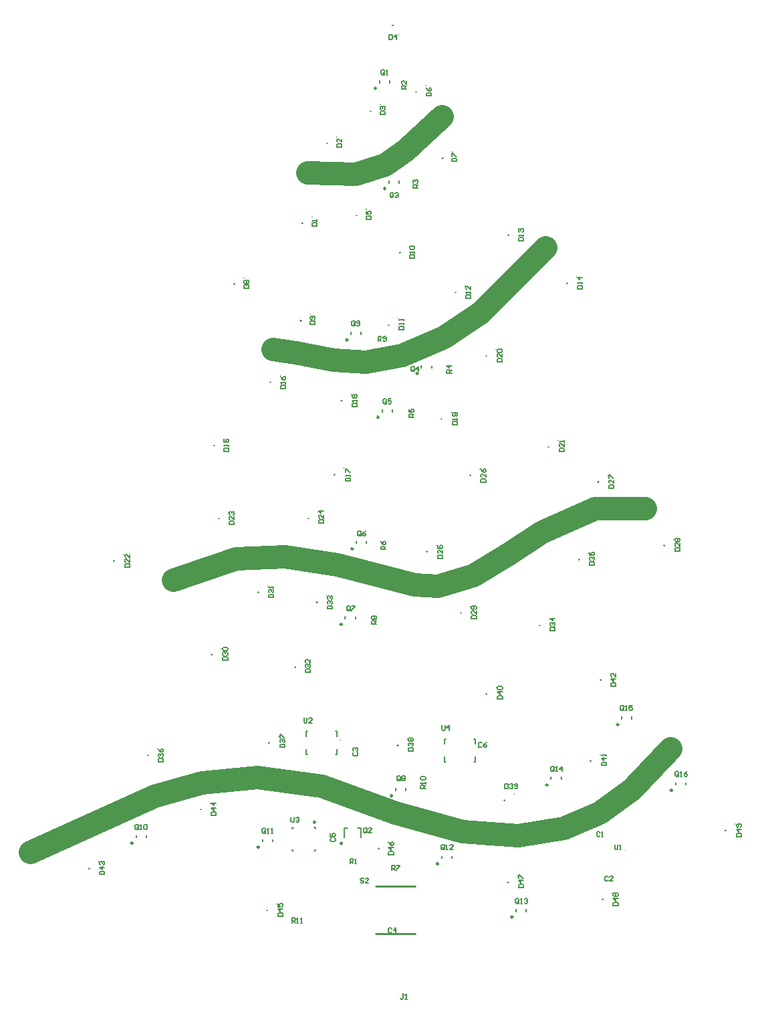
<source format=gto>
G04*
G04 #@! TF.GenerationSoftware,Altium Limited,Altium Designer,21.4.1 (30)*
G04*
G04 Layer_Color=65535*
%FSLAX25Y25*%
%MOIN*%
G70*
G04*
G04 #@! TF.SameCoordinates,8EED4449-2E46-416B-BC71-7F67FA958CFC*
G04*
G04*
G04 #@! TF.FilePolarity,Positive*
G04*
G01*
G75*
%ADD10C,0.00394*%
%ADD11C,0.00500*%
%ADD12C,0.00984*%
%ADD13C,0.00787*%
%ADD14C,0.01000*%
%ADD15C,0.11811*%
%ADD16C,0.00600*%
D10*
X114496Y126325D02*
G03*
X114496Y126325I-197J0D01*
G01*
D11*
X169510Y139400D02*
G03*
X169510Y139400I-10J0D01*
G01*
X41453Y177532D02*
G03*
X41453Y177532I-1J0D01*
G01*
X-27447Y181232D02*
G03*
X-27447Y181232I-1J0D01*
G01*
X-7290Y497900D02*
G03*
X-7290Y497900I-10J0D01*
G01*
X1910Y532700D02*
G03*
X1910Y532700I-10J0D01*
G01*
X-14390Y445800D02*
G03*
X-14390Y445800I-10J0D01*
G01*
X-41390Y441930D02*
G03*
X-41390Y441930I-10J0D01*
G01*
X15410Y507500D02*
G03*
X15410Y507500I-10J0D01*
G01*
X28610Y474400D02*
G03*
X28610Y474400I-10J0D01*
G01*
X-75490Y411600D02*
G03*
X-75490Y411600I-10J0D01*
G01*
X-42190Y393430D02*
G03*
X-42190Y393430I-10J0D01*
G01*
X7210Y427330D02*
G03*
X7210Y427330I-10J0D01*
G01*
X1610Y391200D02*
G03*
X1610Y391200I-10J0D01*
G01*
X34910Y407500D02*
G03*
X34910Y407500I-10J0D01*
G01*
X61410Y436070D02*
G03*
X61410Y436070I-10J0D01*
G01*
X90510Y412070D02*
G03*
X90510Y412070I-10J0D01*
G01*
X-85490Y331230D02*
G03*
X-85490Y331230I-10J0D01*
G01*
X-57290Y362800D02*
G03*
X-57290Y362800I-10J0D01*
G01*
X-25490Y316700D02*
G03*
X-25490Y316700I-10J0D01*
G01*
X-21890Y353530D02*
G03*
X-21890Y353530I-10J0D01*
G01*
X28010Y344470D02*
G03*
X28010Y344470I-10J0D01*
G01*
X50310Y375900D02*
G03*
X50310Y375900I-10J0D01*
G01*
X81310Y330570D02*
G03*
X81310Y330570I-10J0D01*
G01*
X-135390Y273730D02*
G03*
X-135390Y273730I-10J0D01*
G01*
X-83090Y294830D02*
G03*
X-83090Y294830I-10J0D01*
G01*
X-38290Y294900D02*
G03*
X-38290Y294900I-10J0D01*
G01*
X20710Y278330D02*
G03*
X20710Y278330I-10J0D01*
G01*
X42410Y316300D02*
G03*
X42410Y316300I-10J0D01*
G01*
X106110Y312970D02*
G03*
X106110Y312970I-10J0D01*
G01*
X139010Y281270D02*
G03*
X139010Y281270I-10J0D01*
G01*
X-86690Y227030D02*
G03*
X-86690Y227030I-10J0D01*
G01*
X-63390Y257930D02*
G03*
X-63390Y257930I-10J0D01*
G01*
X-44990Y220630D02*
G03*
X-44990Y220630I-10J0D01*
G01*
X-34190Y253000D02*
G03*
X-34190Y253000I-10J0D01*
G01*
X37610Y247800D02*
G03*
X37610Y247800I-10J0D01*
G01*
X76910Y241530D02*
G03*
X76910Y241530I-10J0D01*
G01*
X96510Y274330D02*
G03*
X96510Y274330I-10J0D01*
G01*
X-118290Y176900D02*
G03*
X-118290Y176900I-10J0D01*
G01*
X-58090Y183000D02*
G03*
X-58090Y183000I-10J0D01*
G01*
X6110Y181630D02*
G03*
X6110Y181630I-10J0D01*
G01*
X59410Y154330D02*
G03*
X59410Y154330I-10J0D01*
G01*
X50410Y207430D02*
G03*
X50410Y207430I-10J0D01*
G01*
X102310Y173930D02*
G03*
X102310Y173930I-10J0D01*
G01*
X107410Y214300D02*
G03*
X107410Y214300I-10J0D01*
G01*
X-147790Y120400D02*
G03*
X-147790Y120400I-10J0D01*
G01*
X-92090Y149800D02*
G03*
X-92090Y149800I-10J0D01*
G01*
X-58990Y99500D02*
G03*
X-58990Y99500I-10J0D01*
G01*
X-3290Y130330D02*
G03*
X-3290Y130330I-10J0D01*
G01*
X61110Y113500D02*
G03*
X61110Y113500I-10J0D01*
G01*
X108310Y105070D02*
G03*
X108310Y105070I-10J0D01*
G01*
X-29090Y481800D02*
G03*
X-29090Y481800I-10J0D01*
G01*
X164500Y136400D02*
X164900D01*
X164700Y136200D02*
X164900Y136400D01*
X164500D02*
X164700Y136200D01*
X-12300Y494900D02*
X-11900D01*
X-12100Y494700D02*
X-11900Y494900D01*
X-12300D02*
X-12100Y494700D01*
X-1300Y537500D02*
X-1100Y537700D01*
X-1300Y537500D02*
X-1100Y537300D01*
Y537700D01*
X-19400Y442800D02*
X-19000D01*
X-19200Y442600D02*
X-19000Y442800D01*
X-19400D02*
X-19200Y442600D01*
X-46400Y438930D02*
X-46200Y438730D01*
X-46000Y438930D01*
X-46400D02*
X-46000D01*
X10400Y504500D02*
X10800D01*
X10600Y504300D02*
X10800Y504500D01*
X10400D02*
X10600Y504300D01*
X23600Y471400D02*
X23800Y471200D01*
X24000Y471400D01*
X23600D02*
X24000D01*
X-80500Y408600D02*
X-80100D01*
X-80300Y408400D02*
X-80100Y408600D01*
X-80500D02*
X-80300Y408400D01*
X-47200Y390430D02*
X-47000Y390230D01*
X-46800Y390430D01*
X-47200D02*
X-46800D01*
X2200Y424330D02*
X2600D01*
X2400Y424130D02*
X2600Y424330D01*
X2200D02*
X2400Y424130D01*
X-3400Y388200D02*
X-3200Y388000D01*
X-3000Y388200D01*
X-3400D02*
X-3000D01*
X29900Y404500D02*
X30300D01*
X30100Y404300D02*
X30300Y404500D01*
X29900D02*
X30100Y404300D01*
X56400Y433070D02*
X56600Y432870D01*
X56800Y433070D01*
X56400D02*
X56800D01*
X85500Y409070D02*
X85900D01*
X85700Y408870D02*
X85900Y409070D01*
X85500D02*
X85700Y408870D01*
X-90500Y328230D02*
X-90300Y328030D01*
X-90100Y328230D01*
X-90500D02*
X-90100D01*
X-62300Y359800D02*
X-61900D01*
X-62100Y359600D02*
X-61900Y359800D01*
X-62300D02*
X-62100Y359600D01*
X-30500Y313700D02*
X-30300Y313500D01*
X-30100Y313700D01*
X-30500D02*
X-30100D01*
X-26900Y350530D02*
X-26500D01*
X-26700Y350330D02*
X-26500Y350530D01*
X-26900D02*
X-26700Y350330D01*
X23000Y341470D02*
X23200Y341270D01*
X23400Y341470D01*
X23000D02*
X23400D01*
X45300Y372900D02*
X45700D01*
X45500Y372700D02*
X45700Y372900D01*
X45300D02*
X45500Y372700D01*
X76300Y327570D02*
X76500Y327370D01*
X76700Y327570D01*
X76300D02*
X76700D01*
X-140400Y270730D02*
X-140000D01*
X-140200Y270530D02*
X-140000Y270730D01*
X-140400D02*
X-140200Y270530D01*
X-88100Y291830D02*
X-87900Y291630D01*
X-87700Y291830D01*
X-88100D02*
X-87700D01*
X-43300Y291900D02*
X-42900D01*
X-43100Y291700D02*
X-42900Y291900D01*
X-43300D02*
X-43100Y291700D01*
X15700Y275330D02*
X15900Y275130D01*
X16100Y275330D01*
X15700D02*
X16100D01*
X37400Y313300D02*
X37800D01*
X37600Y313100D02*
X37800Y313300D01*
X37400D02*
X37600Y313100D01*
X101100Y309970D02*
X101300Y309770D01*
X101500Y309970D01*
X101100D02*
X101500D01*
X134000Y278270D02*
X134400D01*
X134200Y278070D02*
X134400Y278270D01*
X134000D02*
X134200Y278070D01*
X-91700Y224030D02*
X-91500Y223830D01*
X-91300Y224030D01*
X-91700D02*
X-91300D01*
X-68400Y254930D02*
X-68000D01*
X-68200Y254730D02*
X-68000Y254930D01*
X-68400D02*
X-68200Y254730D01*
X-50000Y217630D02*
X-49800Y217430D01*
X-49600Y217630D01*
X-50000D02*
X-49600D01*
X-39200Y250000D02*
X-38800D01*
X-39000Y249800D02*
X-38800Y250000D01*
X-39200D02*
X-39000Y249800D01*
X32600Y244800D02*
X32800Y244600D01*
X33000Y244800D01*
X32600D02*
X33000D01*
X71900Y238530D02*
X72300D01*
X72100Y238330D02*
X72300Y238530D01*
X71900D02*
X72100Y238330D01*
X91500Y271330D02*
X91700Y271130D01*
X91900Y271330D01*
X91500D02*
X91900D01*
X-123300Y173900D02*
X-122900D01*
X-123100Y173700D02*
X-122900Y173900D01*
X-123300D02*
X-123100Y173700D01*
X-63100Y180000D02*
X-62900Y179800D01*
X-62700Y180000D01*
X-63100D02*
X-62700D01*
X1100Y178630D02*
X1500D01*
X1300Y178430D02*
X1500Y178630D01*
X1100D02*
X1300Y178430D01*
X54400Y151330D02*
X54600Y151130D01*
X54800Y151330D01*
X54400D02*
X54800D01*
X45400Y204430D02*
X45800D01*
X45600Y204230D02*
X45800Y204430D01*
X45400D02*
X45600Y204230D01*
X97300Y170930D02*
X97500Y170730D01*
X97700Y170930D01*
X97300D02*
X97700D01*
X102400Y211300D02*
X102800D01*
X102600Y211100D02*
X102800Y211300D01*
X102400D02*
X102600Y211100D01*
X-152800Y117400D02*
X-152600Y117200D01*
X-152400Y117400D01*
X-152800D02*
X-152400D01*
X-97100Y146800D02*
X-96700D01*
X-96900Y146600D02*
X-96700Y146800D01*
X-97100D02*
X-96900Y146600D01*
X-64000Y96500D02*
X-63800Y96300D01*
X-63600Y96500D01*
X-64000D02*
X-63600D01*
X-8300Y127330D02*
X-7900D01*
X-8100Y127130D02*
X-7900Y127330D01*
X-8300D02*
X-8100Y127130D01*
X56100Y110500D02*
X56300Y110300D01*
X56500Y110500D01*
X56100D02*
X56500D01*
X103300Y102070D02*
X103700D01*
X103500Y101870D02*
X103700Y102070D01*
X103300D02*
X103500Y101870D01*
X-34100Y478800D02*
X-33700D01*
X-33900Y478600D02*
X-33700Y478800D01*
X-34100D02*
X-33900Y478600D01*
D12*
X-9345Y506114D02*
G03*
X-9345Y506114I-492J0D01*
G01*
X-1334Y153535D02*
G03*
X-1334Y153535I-492J0D01*
G01*
X-26434Y238935D02*
G03*
X-26434Y238935I-492J0D01*
G01*
X-20934Y276635D02*
G03*
X-20934Y276635I-492J0D01*
G01*
X-8034Y342135D02*
G03*
X-8034Y342135I-492J0D01*
G01*
X11566Y364035D02*
G03*
X11566Y364035I-492J0D01*
G01*
X-4723Y456114D02*
G03*
X-4723Y456114I-492J0D01*
G01*
X-26318Y129848D02*
G03*
X-26318Y129848I-492J0D01*
G01*
X138266Y156235D02*
G03*
X138266Y156235I-492J0D01*
G01*
X111455Y189019D02*
G03*
X111455Y189019I-492J0D01*
G01*
X76166Y158850D02*
G03*
X76166Y158850I-492J0D01*
G01*
X58766Y93150D02*
G03*
X58766Y93150I-492J0D01*
G01*
X21666Y119635D02*
G03*
X21666Y119635I-492J0D01*
G01*
X-67734Y127950D02*
G03*
X-67734Y127950I-492J0D01*
G01*
X-130734Y129950D02*
G03*
X-130734Y129950I-492J0D01*
G01*
X-23545Y380719D02*
G03*
X-23545Y380719I-492J0D01*
G01*
X-39773Y140380D02*
G03*
X-39773Y140380I-492J0D01*
G01*
D13*
X-2750Y509953D02*
X-2652D01*
Y508772D02*
Y509953D01*
X-7770D02*
X-7672D01*
X-7770Y508772D02*
Y509953D01*
X5261Y157373D02*
X5359D01*
Y156192D02*
Y157373D01*
X241D02*
X339D01*
X241Y156192D02*
Y157373D01*
X-19839Y242773D02*
X-19741D01*
Y241592D02*
Y242773D01*
X-24859D02*
X-24761D01*
X-24859Y241592D02*
Y242773D01*
X-14339Y280473D02*
X-14241D01*
Y279292D02*
Y280473D01*
X-19359D02*
X-19261D01*
X-19359Y279292D02*
Y280473D01*
X-1439Y345973D02*
X-1341D01*
Y344792D02*
Y345973D01*
X-6459D02*
X-6361D01*
X-6459Y344792D02*
Y345973D01*
X18161Y367873D02*
X18259D01*
Y366692D02*
Y367873D01*
X13141D02*
X13239D01*
X13141Y366692D02*
Y367873D01*
X1872Y459953D02*
X1970D01*
Y458772D02*
Y459953D01*
X-3148D02*
X-3050D01*
X-3148Y458772D02*
Y459953D01*
X-25334Y132604D02*
Y137329D01*
X-23661D01*
X-17066Y132604D02*
Y137329D01*
X-18739D02*
X-17066D01*
X139841Y158991D02*
Y160172D01*
X139939D01*
X144959Y158991D02*
Y160172D01*
X144861D02*
X144959D01*
X113030Y191775D02*
Y192956D01*
X113128D01*
X118148Y191775D02*
Y192956D01*
X118050D02*
X118148D01*
X77741Y161606D02*
Y162787D01*
X77839D01*
X82859Y161606D02*
Y162787D01*
X82761D02*
X82859D01*
X60341Y95906D02*
Y97087D01*
X60439D01*
X65459Y95906D02*
Y97087D01*
X65361D02*
X65459D01*
X23241Y122391D02*
Y123572D01*
X23339D01*
X28359Y122391D02*
Y123572D01*
X28261D02*
X28359D01*
X-66159Y130706D02*
Y131887D01*
X-66061D01*
X-61041Y130706D02*
Y131887D01*
X-61139D02*
X-61041D01*
X-129159Y132706D02*
Y133887D01*
X-129061D01*
X-124041Y132706D02*
Y133887D01*
X-124139D02*
X-124041D01*
X-21970Y383475D02*
Y384656D01*
X-21872D01*
X-16852Y383475D02*
Y384656D01*
X-16950D02*
X-16852D01*
X39188Y181909D02*
X39877D01*
Y179251D02*
Y181909D01*
Y170491D02*
Y173149D01*
X39188Y170491D02*
X39877D01*
X24523D02*
X25212D01*
X24523D02*
Y173149D01*
Y181909D02*
X25212D01*
X24523Y179251D02*
Y181909D01*
X-44377Y182951D02*
Y185609D01*
X-43688D01*
X-44377Y174191D02*
Y176849D01*
Y174191D02*
X-43688D01*
X-29712D02*
X-29023D01*
Y176849D01*
Y182951D02*
Y185609D01*
X-29712D02*
X-29023D01*
X-40364Y137821D02*
X-40069D01*
X-39675Y137132D02*
Y137428D01*
Y126404D02*
Y126699D01*
X-40364Y126010D02*
X-40069D01*
X-51092D02*
X-50797D01*
X-51486Y126404D02*
Y126699D01*
X-51092Y137821D02*
X-50797D01*
X-51486Y137132D02*
Y137428D01*
X-40069Y137821D02*
X-39675Y137428D01*
X-40069Y126010D02*
X-39675Y126404D01*
X-51486D02*
X-51092Y126010D01*
X-51486Y137428D02*
X-51092Y137821D01*
D14*
X-9843Y84889D02*
X9843D01*
X-9843Y108511D02*
X9843D01*
D15*
X42537Y394537D02*
X74900Y426900D01*
X99757Y296818D02*
X124700D01*
X102078Y145032D02*
X117893Y156630D01*
X5244Y475561D02*
X23369Y492225D01*
X-43792Y463933D02*
X-19617Y463332D01*
X-14703Y369847D02*
X3240Y372950D01*
X24230Y382044D02*
X42537Y394537D01*
X3240Y372950D02*
X24230Y382044D01*
X-30613Y370721D02*
X-14703Y369847D01*
X-60869Y376021D02*
X-49521Y374416D01*
X-30613Y370721D01*
X38966Y263385D02*
X56081Y273700D01*
X73178Y285244D02*
X99757Y296818D01*
X56081Y273700D02*
X73178Y285244D01*
X-96463Y160132D02*
X-68819Y162713D01*
X-36713Y158561D01*
X73Y145098D01*
X117893Y156630D02*
X137444Y177153D01*
X-79375Y271710D02*
X-55009Y272784D01*
X-28963Y268696D02*
X-5725Y262612D01*
X-55009Y272784D02*
X-28963Y268696D01*
X-182086Y125569D02*
X-119860Y153396D01*
X-96463Y160132D01*
X83904Y137251D02*
X102078Y145032D01*
X-19617Y463332D02*
X-5006Y467995D01*
X5244Y475561D01*
X73Y145098D02*
X33522Y135662D01*
X61258Y133587D01*
X83904Y137251D01*
X-110763Y260990D02*
X-79375Y271710D01*
X-5725Y262612D02*
X9553Y258858D01*
X21389Y257978D01*
X21389D02*
X38966Y263385D01*
D16*
X-51399Y90200D02*
Y92600D01*
X-50200D01*
X-49800Y92200D01*
Y91400D01*
X-50200Y91000D01*
X-51399D01*
X-50599D02*
X-49800Y90200D01*
X-49000D02*
X-48200D01*
X-48600D01*
Y92600D01*
X-49000Y92200D01*
X-47001Y90200D02*
X-46201D01*
X-46601D01*
Y92600D01*
X-47001Y92200D01*
X23400Y188599D02*
Y186600D01*
X23800Y186200D01*
X24600D01*
X24999Y186600D01*
Y188599D01*
X26999Y186200D02*
Y188599D01*
X25799Y187400D01*
X27399D01*
X-45500Y192299D02*
Y190300D01*
X-45100Y189900D01*
X-44300D01*
X-43900Y190300D01*
Y192299D01*
X-41501Y189900D02*
X-43101D01*
X-41501Y191499D01*
Y191899D01*
X-41901Y192299D01*
X-42701D01*
X-43101Y191899D01*
X109501Y129100D02*
Y127100D01*
X109900Y126700D01*
X110700D01*
X111100Y127100D01*
Y129100D01*
X111900Y126700D02*
X112699D01*
X112300D01*
Y129100D01*
X111900Y128700D01*
X-51899Y142700D02*
Y140700D01*
X-51499Y140300D01*
X-50700D01*
X-50300Y140700D01*
Y142700D01*
X-49500Y142300D02*
X-49100Y142700D01*
X-48300D01*
X-47901Y142300D01*
Y141900D01*
X-48300Y141500D01*
X-48700D01*
X-48300D01*
X-47901Y141100D01*
Y140700D01*
X-48300Y140300D01*
X-49100D01*
X-49500Y140700D01*
X-20000Y388200D02*
Y389800D01*
X-20400Y390200D01*
X-21200D01*
X-21599Y389800D01*
Y388200D01*
X-21200Y387800D01*
X-20400D01*
X-20800Y388600D02*
X-20000Y387800D01*
X-20400D02*
X-20000Y388200D01*
X-19200D02*
X-18800Y387800D01*
X-18000D01*
X-17601Y388200D01*
Y389800D01*
X-18000Y390200D01*
X-18800D01*
X-19200Y389800D01*
Y389400D01*
X-18800Y389000D01*
X-17601D01*
X-14000Y135500D02*
Y137100D01*
X-14400Y137500D01*
X-15200D01*
X-15599Y137100D01*
Y135500D01*
X-15200Y135100D01*
X-14400D01*
X-14800Y135900D02*
X-14000Y135100D01*
X-14400D02*
X-14000Y135500D01*
X-11601Y135100D02*
X-13200D01*
X-11601Y136700D01*
Y137100D01*
X-12000Y137500D01*
X-12800D01*
X-13200Y137100D01*
X102100Y135199D02*
X101700Y135599D01*
X100900D01*
X100500Y135199D01*
Y133600D01*
X100900Y133200D01*
X101700D01*
X102100Y133600D01*
X102899Y133200D02*
X103699D01*
X103299D01*
Y135599D01*
X102899Y135199D01*
X106200Y113000D02*
X105800Y113400D01*
X105000D01*
X104601Y113000D01*
Y111400D01*
X105000Y111000D01*
X105800D01*
X106200Y111400D01*
X108599Y111000D02*
X107000D01*
X108599Y112600D01*
Y113000D01*
X108200Y113400D01*
X107400D01*
X107000Y113000D01*
X-15600Y112000D02*
X-16000Y112400D01*
X-16800D01*
X-17199Y112000D01*
Y111600D01*
X-16800Y111200D01*
X-16000D01*
X-15600Y110800D01*
Y110400D01*
X-16000Y110000D01*
X-16800D01*
X-17199Y110400D01*
X-13201Y110000D02*
X-14800D01*
X-13201Y111600D01*
Y112000D01*
X-13600Y112400D01*
X-14400D01*
X-14800Y112000D01*
X-8499Y380100D02*
Y382500D01*
X-7300D01*
X-6900Y382100D01*
Y381300D01*
X-7300Y380900D01*
X-8499D01*
X-7700D02*
X-6900Y380100D01*
X-6100Y380500D02*
X-5700Y380100D01*
X-4901D01*
X-4501Y380500D01*
Y382100D01*
X-4901Y382500D01*
X-5700D01*
X-6100Y382100D01*
Y381700D01*
X-5700Y381300D01*
X-4501D01*
X141401Y163600D02*
Y165200D01*
X141001Y165600D01*
X140201D01*
X139801Y165200D01*
Y163600D01*
X140201Y163200D01*
X141001D01*
X140601Y164000D02*
X141401Y163200D01*
X141001D02*
X141401Y163600D01*
X142200Y163200D02*
X143000D01*
X142600D01*
Y165600D01*
X142200Y165200D01*
X145799Y165600D02*
X144999Y165200D01*
X144200Y164400D01*
Y163600D01*
X144599Y163200D01*
X145399D01*
X145799Y163600D01*
Y164000D01*
X145399Y164400D01*
X144200D01*
X15200Y157101D02*
X12800D01*
Y158301D01*
X13200Y158701D01*
X14000D01*
X14400Y158301D01*
Y157101D01*
Y157901D02*
X15200Y158701D01*
Y159500D02*
Y160300D01*
Y159900D01*
X12800D01*
X13200Y159500D01*
Y161500D02*
X12800Y161899D01*
Y162699D01*
X13200Y163099D01*
X14800D01*
X15200Y162699D01*
Y161899D01*
X14800Y161500D01*
X13200D01*
X-9200Y239001D02*
X-11600D01*
Y240200D01*
X-11200Y240600D01*
X-10400D01*
X-10000Y240200D01*
Y239001D01*
Y239800D02*
X-9200Y240600D01*
X-11200Y241400D02*
X-11600Y241800D01*
Y242600D01*
X-11200Y242999D01*
X-10800D01*
X-10400Y242600D01*
X-10000Y242999D01*
X-9600D01*
X-9200Y242600D01*
Y241800D01*
X-9600Y241400D01*
X-10000D01*
X-10400Y241800D01*
X-10800Y241400D01*
X-11200D01*
X-10400Y241800D02*
Y242600D01*
X-1699Y116400D02*
Y118800D01*
X-500D01*
X-100Y118400D01*
Y117600D01*
X-500Y117200D01*
X-1699D01*
X-900D02*
X-100Y116400D01*
X700Y118800D02*
X2299D01*
Y118400D01*
X700Y116800D01*
Y116400D01*
X-4700Y276301D02*
X-7100D01*
Y277500D01*
X-6700Y277900D01*
X-5900D01*
X-5500Y277500D01*
Y276301D01*
Y277100D02*
X-4700Y277900D01*
X-7100Y280299D02*
X-6700Y279500D01*
X-5900Y278700D01*
X-5100D01*
X-4700Y279100D01*
Y279900D01*
X-5100Y280299D01*
X-5500D01*
X-5900Y279900D01*
Y278700D01*
X9400Y342201D02*
X7000D01*
Y343400D01*
X7400Y343800D01*
X8200D01*
X8600Y343400D01*
Y342201D01*
Y343000D02*
X9400Y343800D01*
X7000Y346199D02*
Y344600D01*
X8200D01*
X7800Y345400D01*
Y345799D01*
X8200Y346199D01*
X9000D01*
X9400Y345799D01*
Y345000D01*
X9000Y344600D01*
X28200Y364201D02*
X25800D01*
Y365400D01*
X26200Y365800D01*
X27000D01*
X27400Y365400D01*
Y364201D01*
Y365000D02*
X28200Y365800D01*
Y367799D02*
X25800D01*
X27000Y366600D01*
Y368199D01*
X11300Y456401D02*
X8900D01*
Y457600D01*
X9300Y458000D01*
X10100D01*
X10500Y457600D01*
Y456401D01*
Y457200D02*
X11300Y458000D01*
X9300Y458800D02*
X8900Y459200D01*
Y460000D01*
X9300Y460399D01*
X9700D01*
X10100Y460000D01*
Y459600D01*
Y460000D01*
X10500Y460399D01*
X10900D01*
X11300Y460000D01*
Y459200D01*
X10900Y458800D01*
X5800Y505801D02*
X3400D01*
Y507000D01*
X3800Y507400D01*
X4600D01*
X5000Y507000D01*
Y505801D01*
Y506600D02*
X5800Y507400D01*
Y509799D02*
Y508200D01*
X4200Y509799D01*
X3800D01*
X3400Y509400D01*
Y508600D01*
X3800Y508200D01*
X-22500Y119600D02*
Y122000D01*
X-21300D01*
X-20900Y121600D01*
Y120800D01*
X-21300Y120400D01*
X-22500D01*
X-21700D02*
X-20900Y119600D01*
X-20100D02*
X-19300D01*
X-19700D01*
Y122000D01*
X-20100Y121600D01*
X114000Y196400D02*
Y198000D01*
X113601Y198400D01*
X112801D01*
X112401Y198000D01*
Y196400D01*
X112801Y196000D01*
X113601D01*
X113201Y196800D02*
X114000Y196000D01*
X113601D02*
X114000Y196400D01*
X114800Y196000D02*
X115600D01*
X115200D01*
Y198400D01*
X114800Y198000D01*
X118399Y198400D02*
X116799D01*
Y197200D01*
X117599Y197600D01*
X117999D01*
X118399Y197200D01*
Y196400D01*
X117999Y196000D01*
X117199D01*
X116799Y196400D01*
X79300Y166100D02*
Y167700D01*
X78901Y168100D01*
X78101D01*
X77701Y167700D01*
Y166100D01*
X78101Y165700D01*
X78901D01*
X78501Y166500D02*
X79300Y165700D01*
X78901D02*
X79300Y166100D01*
X80100Y165700D02*
X80900D01*
X80500D01*
Y168100D01*
X80100Y167700D01*
X83299Y165700D02*
Y168100D01*
X82099Y166900D01*
X83699D01*
X61700Y100300D02*
Y101900D01*
X61301Y102300D01*
X60501D01*
X60101Y101900D01*
Y100300D01*
X60501Y99900D01*
X61301D01*
X60901Y100700D02*
X61700Y99900D01*
X61301D02*
X61700Y100300D01*
X62500Y99900D02*
X63300D01*
X62900D01*
Y102300D01*
X62500Y101900D01*
X64499D02*
X64899Y102300D01*
X65699D01*
X66099Y101900D01*
Y101500D01*
X65699Y101100D01*
X65299D01*
X65699D01*
X66099Y100700D01*
Y100300D01*
X65699Y99900D01*
X64899D01*
X64499Y100300D01*
X24600Y127200D02*
Y128800D01*
X24201Y129200D01*
X23401D01*
X23001Y128800D01*
Y127200D01*
X23401Y126800D01*
X24201D01*
X23801Y127600D02*
X24600Y126800D01*
X24201D02*
X24600Y127200D01*
X25400Y126800D02*
X26200D01*
X25800D01*
Y129200D01*
X25400Y128800D01*
X28999Y126800D02*
X27400D01*
X28999Y128400D01*
Y128800D01*
X28599Y129200D01*
X27799D01*
X27400Y128800D01*
X-64600Y135300D02*
Y136900D01*
X-65000Y137300D01*
X-65799D01*
X-66199Y136900D01*
Y135300D01*
X-65799Y134900D01*
X-65000D01*
X-65399Y135700D02*
X-64600Y134900D01*
X-65000D02*
X-64600Y135300D01*
X-63800Y134900D02*
X-63000D01*
X-63400D01*
Y137300D01*
X-63800Y136900D01*
X-61801Y134900D02*
X-61001D01*
X-61401D01*
Y137300D01*
X-61801Y136900D01*
X-127999Y137200D02*
Y138800D01*
X-128399Y139200D01*
X-129199D01*
X-129599Y138800D01*
Y137200D01*
X-129199Y136800D01*
X-128399D01*
X-128799Y137600D02*
X-127999Y136800D01*
X-128399D02*
X-127999Y137200D01*
X-127200Y136800D02*
X-126400D01*
X-126800D01*
Y139200D01*
X-127200Y138800D01*
X-125200D02*
X-124801Y139200D01*
X-124001D01*
X-123601Y138800D01*
Y137200D01*
X-124001Y136800D01*
X-124801D01*
X-125200Y137200D01*
Y138800D01*
X2500Y161380D02*
Y162979D01*
X2100Y163379D01*
X1300D01*
X901Y162979D01*
Y161380D01*
X1300Y160980D01*
X2100D01*
X1700Y161780D02*
X2500Y160980D01*
X2100D02*
X2500Y161380D01*
X3300Y162979D02*
X3700Y163379D01*
X4499D01*
X4899Y162979D01*
Y162579D01*
X4499Y162180D01*
X4899Y161780D01*
Y161380D01*
X4499Y160980D01*
X3700D01*
X3300Y161380D01*
Y161780D01*
X3700Y162180D01*
X3300Y162579D01*
Y162979D01*
X3700Y162180D02*
X4499D01*
X-22500Y246000D02*
Y247600D01*
X-22900Y248000D01*
X-23699D01*
X-24099Y247600D01*
Y246000D01*
X-23699Y245600D01*
X-22900D01*
X-23300Y246400D02*
X-22500Y245600D01*
X-22900D02*
X-22500Y246000D01*
X-21700Y248000D02*
X-20101D01*
Y247600D01*
X-21700Y246000D01*
Y245600D01*
X-17100Y283400D02*
Y285000D01*
X-17500Y285400D01*
X-18300D01*
X-18699Y285000D01*
Y283400D01*
X-18300Y283000D01*
X-17500D01*
X-17900Y283800D02*
X-17100Y283000D01*
X-17500D02*
X-17100Y283400D01*
X-14701Y285400D02*
X-15500Y285000D01*
X-16300Y284200D01*
Y283400D01*
X-15900Y283000D01*
X-15100D01*
X-14701Y283400D01*
Y283800D01*
X-15100Y284200D01*
X-16300D01*
X-4300Y349300D02*
Y350900D01*
X-4700Y351300D01*
X-5500D01*
X-5899Y350900D01*
Y349300D01*
X-5500Y348900D01*
X-4700D01*
X-5100Y349700D02*
X-4300Y348900D01*
X-4700D02*
X-4300Y349300D01*
X-1901Y351300D02*
X-3500D01*
Y350100D01*
X-2700Y350500D01*
X-2300D01*
X-1901Y350100D01*
Y349300D01*
X-2300Y348900D01*
X-3100D01*
X-3500Y349300D01*
X9600Y365400D02*
Y367000D01*
X9200Y367400D01*
X8400D01*
X8001Y367000D01*
Y365400D01*
X8400Y365000D01*
X9200D01*
X8800Y365800D02*
X9600Y365000D01*
X9200D02*
X9600Y365400D01*
X11599Y365000D02*
Y367400D01*
X10400Y366200D01*
X11999D01*
X-900Y452000D02*
Y453600D01*
X-1300Y454000D01*
X-2100D01*
X-2499Y453600D01*
Y452000D01*
X-2100Y451600D01*
X-1300D01*
X-1700Y452400D02*
X-900Y451600D01*
X-1300D02*
X-900Y452000D01*
X-100Y453600D02*
X300Y454000D01*
X1099D01*
X1499Y453600D01*
Y453200D01*
X1099Y452800D01*
X700D01*
X1099D01*
X1499Y452400D01*
Y452000D01*
X1099Y451600D01*
X300D01*
X-100Y452000D01*
X-5300Y513300D02*
Y514900D01*
X-5700Y515300D01*
X-6500D01*
X-6899Y514900D01*
Y513300D01*
X-6500Y512900D01*
X-5700D01*
X-6100Y513700D02*
X-5300Y512900D01*
X-5700D02*
X-5300Y513300D01*
X-4500Y512900D02*
X-3700D01*
X-4100D01*
Y515300D01*
X-4500Y514900D01*
X-29100Y476901D02*
X-26700D01*
Y478100D01*
X-27100Y478500D01*
X-28700D01*
X-29100Y478100D01*
Y476901D01*
X-26700Y480899D02*
Y479300D01*
X-28300Y480899D01*
X-28700D01*
X-29100Y480500D01*
Y479700D01*
X-28700Y479300D01*
X170200Y133101D02*
X172600D01*
Y134301D01*
X172200Y134701D01*
X170600D01*
X170200Y134301D01*
Y133101D01*
X172600Y136700D02*
X170200D01*
X171400Y135500D01*
Y137100D01*
X172200Y137899D02*
X172600Y138299D01*
Y139099D01*
X172200Y139499D01*
X170600D01*
X170200Y139099D01*
Y138299D01*
X170600Y137899D01*
X171000D01*
X171400Y138299D01*
Y139499D01*
X108800Y98701D02*
X111200D01*
Y99901D01*
X110800Y100301D01*
X109200D01*
X108800Y99901D01*
Y98701D01*
X111200Y102300D02*
X108800D01*
X110000Y101100D01*
Y102700D01*
X109200Y103499D02*
X108800Y103899D01*
Y104699D01*
X109200Y105099D01*
X109600D01*
X110000Y104699D01*
X110400Y105099D01*
X110800D01*
X111200Y104699D01*
Y103899D01*
X110800Y103499D01*
X110400D01*
X110000Y103899D01*
X109600Y103499D01*
X109200D01*
X110000Y103899D02*
Y104699D01*
X61600Y107701D02*
X64000D01*
Y108901D01*
X63600Y109300D01*
X62000D01*
X61600Y108901D01*
Y107701D01*
X64000Y111300D02*
X61600D01*
X62800Y110100D01*
Y111700D01*
X61600Y112499D02*
Y114099D01*
X62000D01*
X63600Y112499D01*
X64000D01*
X-3200Y124101D02*
X-800D01*
Y125301D01*
X-1200Y125700D01*
X-2800D01*
X-3200Y125301D01*
Y124101D01*
X-800Y127700D02*
X-3200D01*
X-2000Y126500D01*
Y128100D01*
X-3200Y130499D02*
X-2800Y129699D01*
X-2000Y128900D01*
X-1200D01*
X-800Y129299D01*
Y130099D01*
X-1200Y130499D01*
X-1600D01*
X-2000Y130099D01*
Y128900D01*
X-58500Y93401D02*
X-56100D01*
Y94601D01*
X-56500Y95000D01*
X-58100D01*
X-58500Y94601D01*
Y93401D01*
X-56100Y97000D02*
X-58500D01*
X-57300Y95800D01*
Y97400D01*
X-58500Y99799D02*
Y98199D01*
X-57300D01*
X-57700Y98999D01*
Y99399D01*
X-57300Y99799D01*
X-56500D01*
X-56100Y99399D01*
Y98599D01*
X-56500Y98199D01*
X-91700Y143801D02*
X-89300D01*
Y145001D01*
X-89700Y145401D01*
X-91300D01*
X-91700Y145001D01*
Y143801D01*
X-89300Y147400D02*
X-91700D01*
X-90500Y146200D01*
Y147800D01*
X-89300Y149799D02*
X-91700D01*
X-90500Y148600D01*
Y150199D01*
X-147300Y114301D02*
X-144900D01*
Y115501D01*
X-145300Y115901D01*
X-146900D01*
X-147300Y115501D01*
Y114301D01*
X-144900Y117900D02*
X-147300D01*
X-146100Y116700D01*
Y118300D01*
X-146900Y119099D02*
X-147300Y119499D01*
Y120299D01*
X-146900Y120699D01*
X-146500D01*
X-146100Y120299D01*
Y119899D01*
Y120299D01*
X-145700Y120699D01*
X-145300D01*
X-144900Y120299D01*
Y119499D01*
X-145300Y119099D01*
X107700Y208101D02*
X110100D01*
Y209301D01*
X109700Y209700D01*
X108100D01*
X107700Y209301D01*
Y208101D01*
X110100Y211700D02*
X107700D01*
X108900Y210500D01*
Y212100D01*
X110100Y214499D02*
Y212899D01*
X108500Y214499D01*
X108100D01*
X107700Y214099D01*
Y213299D01*
X108100Y212899D01*
X102900Y168601D02*
X105300D01*
Y169800D01*
X104900Y170200D01*
X103300D01*
X102900Y169800D01*
Y168601D01*
X105300Y172200D02*
X102900D01*
X104100Y171000D01*
Y172600D01*
X105300Y173399D02*
Y174199D01*
Y173799D01*
X102900D01*
X103300Y173399D01*
X51100Y201701D02*
X53500D01*
Y202901D01*
X53100Y203300D01*
X51500D01*
X51100Y202901D01*
Y201701D01*
X53500Y205300D02*
X51100D01*
X52300Y204100D01*
Y205700D01*
X51500Y206500D02*
X51100Y206899D01*
Y207699D01*
X51500Y208099D01*
X53100D01*
X53500Y207699D01*
Y206899D01*
X53100Y206500D01*
X51500D01*
X54700Y159499D02*
Y157100D01*
X55900D01*
X56300Y157500D01*
Y159099D01*
X55900Y159499D01*
X54700D01*
X57099Y159099D02*
X57499Y159499D01*
X58299D01*
X58699Y159099D01*
Y158700D01*
X58299Y158300D01*
X57899D01*
X58299D01*
X58699Y157900D01*
Y157500D01*
X58299Y157100D01*
X57499D01*
X57099Y157500D01*
X59498D02*
X59898Y157100D01*
X60698D01*
X61098Y157500D01*
Y159099D01*
X60698Y159499D01*
X59898D01*
X59498Y159099D01*
Y158700D01*
X59898Y158300D01*
X61098D01*
X6700Y175901D02*
X9100D01*
Y177101D01*
X8700Y177500D01*
X7100D01*
X6700Y177101D01*
Y175901D01*
X7100Y178300D02*
X6700Y178700D01*
Y179500D01*
X7100Y179900D01*
X7500D01*
X7900Y179500D01*
Y179100D01*
Y179500D01*
X8300Y179900D01*
X8700D01*
X9100Y179500D01*
Y178700D01*
X8700Y178300D01*
X7100Y180700D02*
X6700Y181099D01*
Y181899D01*
X7100Y182299D01*
X7500D01*
X7900Y181899D01*
X8300Y182299D01*
X8700D01*
X9100Y181899D01*
Y181099D01*
X8700Y180700D01*
X8300D01*
X7900Y181099D01*
X7500Y180700D01*
X7100D01*
X7900Y181099D02*
Y181899D01*
X-57300Y177601D02*
X-54900D01*
Y178801D01*
X-55300Y179200D01*
X-56900D01*
X-57300Y178801D01*
Y177601D01*
X-56900Y180000D02*
X-57300Y180400D01*
Y181200D01*
X-56900Y181600D01*
X-56500D01*
X-56100Y181200D01*
Y180800D01*
Y181200D01*
X-55700Y181600D01*
X-55300D01*
X-54900Y181200D01*
Y180400D01*
X-55300Y180000D01*
X-57300Y182399D02*
Y183999D01*
X-56900D01*
X-55300Y182399D01*
X-54900D01*
X-118100Y170501D02*
X-115700D01*
Y171701D01*
X-116100Y172100D01*
X-117700D01*
X-118100Y171701D01*
Y170501D01*
X-117700Y172900D02*
X-118100Y173300D01*
Y174100D01*
X-117700Y174500D01*
X-117300D01*
X-116900Y174100D01*
Y173700D01*
Y174100D01*
X-116500Y174500D01*
X-116100D01*
X-115700Y174100D01*
Y173300D01*
X-116100Y172900D01*
X-118100Y176899D02*
X-117700Y176099D01*
X-116900Y175300D01*
X-116100D01*
X-115700Y175699D01*
Y176499D01*
X-116100Y176899D01*
X-116500D01*
X-116900Y176499D01*
Y175300D01*
X97000Y268501D02*
X99400D01*
Y269701D01*
X99000Y270100D01*
X97400D01*
X97000Y269701D01*
Y268501D01*
X97400Y270900D02*
X97000Y271300D01*
Y272100D01*
X97400Y272500D01*
X97800D01*
X98200Y272100D01*
Y271700D01*
Y272100D01*
X98600Y272500D01*
X99000D01*
X99400Y272100D01*
Y271300D01*
X99000Y270900D01*
X97000Y274899D02*
Y273300D01*
X98200D01*
X97800Y274099D01*
Y274499D01*
X98200Y274899D01*
X99000D01*
X99400Y274499D01*
Y273699D01*
X99000Y273300D01*
X77400Y235801D02*
X79800D01*
Y237001D01*
X79400Y237401D01*
X77800D01*
X77400Y237001D01*
Y235801D01*
X77800Y238200D02*
X77400Y238600D01*
Y239400D01*
X77800Y239800D01*
X78200D01*
X78600Y239400D01*
Y239000D01*
Y239400D01*
X79000Y239800D01*
X79400D01*
X79800Y239400D01*
Y238600D01*
X79400Y238200D01*
X79800Y241799D02*
X77400D01*
X78600Y240599D01*
Y242199D01*
X38100Y241701D02*
X40500D01*
Y242901D01*
X40100Y243301D01*
X38500D01*
X38100Y242901D01*
Y241701D01*
X40500Y245700D02*
Y244100D01*
X38900Y245700D01*
X38500D01*
X38100Y245300D01*
Y244500D01*
X38500Y244100D01*
X40100Y246499D02*
X40500Y246899D01*
Y247699D01*
X40100Y248099D01*
X38500D01*
X38100Y247699D01*
Y246899D01*
X38500Y246499D01*
X38900D01*
X39300Y246899D01*
Y248099D01*
X-33700Y246601D02*
X-31300D01*
Y247801D01*
X-31700Y248200D01*
X-33300D01*
X-33700Y247801D01*
Y246601D01*
X-33300Y249000D02*
X-33700Y249400D01*
Y250200D01*
X-33300Y250600D01*
X-32900D01*
X-32500Y250200D01*
Y249800D01*
Y250200D01*
X-32100Y250600D01*
X-31700D01*
X-31300Y250200D01*
Y249400D01*
X-31700Y249000D01*
X-33300Y251399D02*
X-33700Y251799D01*
Y252599D01*
X-33300Y252999D01*
X-32900D01*
X-32500Y252599D01*
Y252199D01*
Y252599D01*
X-32100Y252999D01*
X-31700D01*
X-31300Y252599D01*
Y251799D01*
X-31700Y251399D01*
X-44600Y215001D02*
X-42200D01*
Y216201D01*
X-42600Y216600D01*
X-44200D01*
X-44600Y216201D01*
Y215001D01*
X-44200Y217400D02*
X-44600Y217800D01*
Y218600D01*
X-44200Y219000D01*
X-43800D01*
X-43400Y218600D01*
Y218200D01*
Y218600D01*
X-43000Y219000D01*
X-42600D01*
X-42200Y218600D01*
Y217800D01*
X-42600Y217400D01*
X-42200Y221399D02*
Y219799D01*
X-43800Y221399D01*
X-44200D01*
X-44600Y220999D01*
Y220199D01*
X-44200Y219799D01*
X-63000Y252301D02*
X-60600D01*
Y253501D01*
X-61000Y253900D01*
X-62600D01*
X-63000Y253501D01*
Y252301D01*
X-62600Y254700D02*
X-63000Y255100D01*
Y255900D01*
X-62600Y256300D01*
X-62200D01*
X-61800Y255900D01*
Y255500D01*
Y255900D01*
X-61400Y256300D01*
X-61000D01*
X-60600Y255900D01*
Y255100D01*
X-61000Y254700D01*
X-60600Y257099D02*
Y257899D01*
Y257499D01*
X-63000D01*
X-62600Y257099D01*
X-85900Y221101D02*
X-83500D01*
Y222301D01*
X-83900Y222701D01*
X-85500D01*
X-85900Y222301D01*
Y221101D01*
X-85500Y223500D02*
X-85900Y223900D01*
Y224700D01*
X-85500Y225100D01*
X-85100D01*
X-84700Y224700D01*
Y224300D01*
Y224700D01*
X-84300Y225100D01*
X-83900D01*
X-83500Y224700D01*
Y223900D01*
X-83900Y223500D01*
X-85500Y225900D02*
X-85900Y226299D01*
Y227099D01*
X-85500Y227499D01*
X-83900D01*
X-83500Y227099D01*
Y226299D01*
X-83900Y225900D01*
X-85500D01*
X139700Y275401D02*
X142100D01*
Y276601D01*
X141700Y277000D01*
X140100D01*
X139700Y276601D01*
Y275401D01*
X142100Y279400D02*
Y277800D01*
X140500Y279400D01*
X140100D01*
X139700Y279000D01*
Y278200D01*
X140100Y277800D01*
Y280200D02*
X139700Y280599D01*
Y281399D01*
X140100Y281799D01*
X140500D01*
X140900Y281399D01*
X141300Y281799D01*
X141700D01*
X142100Y281399D01*
Y280599D01*
X141700Y280200D01*
X141300D01*
X140900Y280599D01*
X140500Y280200D01*
X140100D01*
X140900Y280599D02*
Y281399D01*
X106600Y306901D02*
X109000D01*
Y308101D01*
X108600Y308501D01*
X107000D01*
X106600Y308101D01*
Y306901D01*
X109000Y310900D02*
Y309300D01*
X107400Y310900D01*
X107000D01*
X106600Y310500D01*
Y309700D01*
X107000Y309300D01*
X106600Y311700D02*
Y313299D01*
X107000D01*
X108600Y311700D01*
X109000D01*
X42800Y309901D02*
X45200D01*
Y311101D01*
X44800Y311501D01*
X43200D01*
X42800Y311101D01*
Y309901D01*
X45200Y313900D02*
Y312300D01*
X43600Y313900D01*
X43200D01*
X42800Y313500D01*
Y312700D01*
X43200Y312300D01*
X42800Y316299D02*
X43200Y315499D01*
X44000Y314700D01*
X44800D01*
X45200Y315099D01*
Y315899D01*
X44800Y316299D01*
X44400D01*
X44000Y315899D01*
Y314700D01*
X21400Y271901D02*
X23800D01*
Y273101D01*
X23400Y273500D01*
X21800D01*
X21400Y273101D01*
Y271901D01*
X23800Y275900D02*
Y274300D01*
X22200Y275900D01*
X21800D01*
X21400Y275500D01*
Y274700D01*
X21800Y274300D01*
X21400Y278299D02*
Y276699D01*
X22600D01*
X22200Y277499D01*
Y277899D01*
X22600Y278299D01*
X23400D01*
X23800Y277899D01*
Y277099D01*
X23400Y276699D01*
X-38100Y289471D02*
X-35700D01*
Y290671D01*
X-36100Y291071D01*
X-37700D01*
X-38100Y290671D01*
Y289471D01*
X-35700Y293470D02*
Y291870D01*
X-37300Y293470D01*
X-37700D01*
X-38100Y293070D01*
Y292270D01*
X-37700Y291870D01*
X-35700Y295469D02*
X-38100D01*
X-36900Y294269D01*
Y295869D01*
X-82700Y288701D02*
X-80300D01*
Y289901D01*
X-80700Y290300D01*
X-82300D01*
X-82700Y289901D01*
Y288701D01*
X-80300Y292700D02*
Y291100D01*
X-81900Y292700D01*
X-82300D01*
X-82700Y292300D01*
Y291500D01*
X-82300Y291100D01*
Y293499D02*
X-82700Y293899D01*
Y294699D01*
X-82300Y295099D01*
X-81900D01*
X-81500Y294699D01*
Y294299D01*
Y294699D01*
X-81100Y295099D01*
X-80700D01*
X-80300Y294699D01*
Y293899D01*
X-80700Y293499D01*
X-134800Y267401D02*
X-132400D01*
Y268601D01*
X-132800Y269001D01*
X-134400D01*
X-134800Y268601D01*
Y267401D01*
X-132400Y271400D02*
Y269800D01*
X-134000Y271400D01*
X-134400D01*
X-134800Y271000D01*
Y270200D01*
X-134400Y269800D01*
X-132400Y273799D02*
Y272200D01*
X-134000Y273799D01*
X-134400D01*
X-134800Y273399D01*
Y272599D01*
X-134400Y272200D01*
X82000Y325001D02*
X84400D01*
Y326201D01*
X84000Y326600D01*
X82400D01*
X82000Y326201D01*
Y325001D01*
X84400Y329000D02*
Y327400D01*
X82800Y329000D01*
X82400D01*
X82000Y328600D01*
Y327800D01*
X82400Y327400D01*
X84400Y329799D02*
Y330599D01*
Y330199D01*
X82000D01*
X82400Y329799D01*
X50900Y369701D02*
X53300D01*
Y370901D01*
X52900Y371301D01*
X51300D01*
X50900Y370901D01*
Y369701D01*
X53300Y373700D02*
Y372100D01*
X51700Y373700D01*
X51300D01*
X50900Y373300D01*
Y372500D01*
X51300Y372100D01*
Y374500D02*
X50900Y374899D01*
Y375699D01*
X51300Y376099D01*
X52900D01*
X53300Y375699D01*
Y374899D01*
X52900Y374500D01*
X51300D01*
X28700Y338401D02*
X31100D01*
Y339601D01*
X30700Y340001D01*
X29100D01*
X28700Y339601D01*
Y338401D01*
X31100Y340800D02*
Y341600D01*
Y341200D01*
X28700D01*
X29100Y340800D01*
X30700Y342799D02*
X31100Y343199D01*
Y343999D01*
X30700Y344399D01*
X29100D01*
X28700Y343999D01*
Y343199D01*
X29100Y342799D01*
X29500D01*
X29900Y343199D01*
Y344399D01*
X-21500Y347501D02*
X-19100D01*
Y348701D01*
X-19500Y349100D01*
X-21100D01*
X-21500Y348701D01*
Y347501D01*
X-19100Y349900D02*
Y350700D01*
Y350300D01*
X-21500D01*
X-21100Y349900D01*
Y351900D02*
X-21500Y352299D01*
Y353099D01*
X-21100Y353499D01*
X-20700D01*
X-20300Y353099D01*
X-19900Y353499D01*
X-19500D01*
X-19100Y353099D01*
Y352299D01*
X-19500Y351900D01*
X-19900D01*
X-20300Y352299D01*
X-20700Y351900D01*
X-21100D01*
X-20300Y352299D02*
Y353099D01*
X-24835Y310266D02*
X-22435D01*
Y311466D01*
X-22835Y311865D01*
X-24435D01*
X-24835Y311466D01*
Y310266D01*
X-22435Y312665D02*
Y313465D01*
Y313065D01*
X-24835D01*
X-24435Y312665D01*
X-24835Y314665D02*
Y316264D01*
X-24435D01*
X-22835Y314665D01*
X-22435D01*
X-57100Y356501D02*
X-54700D01*
Y357701D01*
X-55100Y358101D01*
X-56700D01*
X-57100Y357701D01*
Y356501D01*
X-54700Y358900D02*
Y359700D01*
Y359300D01*
X-57100D01*
X-56700Y358900D01*
X-57100Y362499D02*
X-56700Y361699D01*
X-55900Y360899D01*
X-55100D01*
X-54700Y361299D01*
Y362099D01*
X-55100Y362499D01*
X-55500D01*
X-55900Y362099D01*
Y360899D01*
X-85300Y325201D02*
X-82900D01*
Y326401D01*
X-83300Y326800D01*
X-84900D01*
X-85300Y326401D01*
Y325201D01*
X-82900Y327600D02*
Y328400D01*
Y328000D01*
X-85300D01*
X-84900Y327600D01*
X-85300Y331199D02*
Y329599D01*
X-84100D01*
X-84500Y330399D01*
Y330799D01*
X-84100Y331199D01*
X-83300D01*
X-82900Y330799D01*
Y329999D01*
X-83300Y329599D01*
X90900Y406201D02*
X93300D01*
Y407401D01*
X92900Y407800D01*
X91300D01*
X90900Y407401D01*
Y406201D01*
X93300Y408600D02*
Y409400D01*
Y409000D01*
X90900D01*
X91300Y408600D01*
X93300Y411799D02*
X90900D01*
X92100Y410600D01*
Y412199D01*
X61600Y430001D02*
X64000D01*
Y431201D01*
X63600Y431601D01*
X62000D01*
X61600Y431201D01*
Y430001D01*
X64000Y432400D02*
Y433200D01*
Y432800D01*
X61600D01*
X62000Y432400D01*
Y434400D02*
X61600Y434799D01*
Y435599D01*
X62000Y435999D01*
X62400D01*
X62800Y435599D01*
Y435199D01*
Y435599D01*
X63200Y435999D01*
X63600D01*
X64000Y435599D01*
Y434799D01*
X63600Y434400D01*
X35300Y401501D02*
X37700D01*
Y402701D01*
X37300Y403100D01*
X35700D01*
X35300Y402701D01*
Y401501D01*
X37700Y403900D02*
Y404700D01*
Y404300D01*
X35300D01*
X35700Y403900D01*
X37700Y407499D02*
Y405899D01*
X36100Y407499D01*
X35700D01*
X35300Y407099D01*
Y406299D01*
X35700Y405899D01*
X2000Y385901D02*
X4400D01*
Y387101D01*
X4000Y387500D01*
X2400D01*
X2000Y387101D01*
Y385901D01*
X4400Y388300D02*
Y389100D01*
Y388700D01*
X2000D01*
X2400Y388300D01*
X4400Y390299D02*
Y391099D01*
Y390699D01*
X2000D01*
X2400Y390299D01*
X7400Y421501D02*
X9800D01*
Y422701D01*
X9400Y423101D01*
X7800D01*
X7400Y422701D01*
Y421501D01*
X9800Y423900D02*
Y424700D01*
Y424300D01*
X7400D01*
X7800Y423900D01*
Y425900D02*
X7400Y426299D01*
Y427099D01*
X7800Y427499D01*
X9400D01*
X9800Y427099D01*
Y426299D01*
X9400Y425900D01*
X7800D01*
X-42400Y388501D02*
X-40000D01*
Y389700D01*
X-40400Y390100D01*
X-42000D01*
X-42400Y389700D01*
Y388501D01*
X-40400Y390900D02*
X-40000Y391300D01*
Y392099D01*
X-40400Y392499D01*
X-42000D01*
X-42400Y392099D01*
Y391300D01*
X-42000Y390900D01*
X-41600D01*
X-41200Y391300D01*
Y392499D01*
X-75300Y406401D02*
X-72900D01*
Y407600D01*
X-73300Y408000D01*
X-74900D01*
X-75300Y407600D01*
Y406401D01*
X-74900Y408800D02*
X-75300Y409200D01*
Y410000D01*
X-74900Y410399D01*
X-74500D01*
X-74100Y410000D01*
X-73700Y410399D01*
X-73300D01*
X-72900Y410000D01*
Y409200D01*
X-73300Y408800D01*
X-73700D01*
X-74100Y409200D01*
X-74500Y408800D01*
X-74900D01*
X-74100Y409200D02*
Y410000D01*
X28300Y469601D02*
X30700D01*
Y470800D01*
X30300Y471200D01*
X28700D01*
X28300Y470800D01*
Y469601D01*
Y472000D02*
Y473599D01*
X28700D01*
X30300Y472000D01*
X30700D01*
X15635Y502266D02*
X18034D01*
Y503466D01*
X17634Y503866D01*
X16035D01*
X15635Y503466D01*
Y502266D01*
Y506265D02*
X16035Y505465D01*
X16834Y504666D01*
X17634D01*
X18034Y505065D01*
Y505865D01*
X17634Y506265D01*
X17234D01*
X16834Y505865D01*
Y504666D01*
X-41400Y437400D02*
X-39000D01*
Y438600D01*
X-39400Y439000D01*
X-41000D01*
X-41400Y438600D01*
Y437400D01*
X-39000Y439800D02*
Y440599D01*
Y440200D01*
X-41400D01*
X-41000Y439800D01*
X-14500Y440901D02*
X-12100D01*
Y442100D01*
X-12500Y442500D01*
X-14100D01*
X-14500Y442100D01*
Y440901D01*
Y444899D02*
Y443300D01*
X-13300D01*
X-13700Y444100D01*
Y444499D01*
X-13300Y444899D01*
X-12500D01*
X-12100Y444499D01*
Y443700D01*
X-12500Y443300D01*
X-2999Y532900D02*
Y530500D01*
X-1800D01*
X-1400Y530900D01*
Y532500D01*
X-1800Y532900D01*
X-2999D01*
X599Y530500D02*
Y532900D01*
X-600Y531700D01*
X999D01*
X-7400Y493001D02*
X-5000D01*
Y494200D01*
X-5400Y494600D01*
X-7000D01*
X-7400Y494200D01*
Y493001D01*
X-7000Y495400D02*
X-7400Y495800D01*
Y496599D01*
X-7000Y496999D01*
X-6600D01*
X-6200Y496599D01*
Y496200D01*
Y496599D01*
X-5800Y496999D01*
X-5400D01*
X-5000Y496599D01*
Y495800D01*
X-5400Y495400D01*
X43300Y179700D02*
X42900Y180100D01*
X42101D01*
X41701Y179700D01*
Y178100D01*
X42101Y177700D01*
X42900D01*
X43300Y178100D01*
X45699Y180100D02*
X44900Y179700D01*
X44100Y178900D01*
Y178100D01*
X44500Y177700D01*
X45300D01*
X45699Y178100D01*
Y178500D01*
X45300Y178900D01*
X44100D01*
X-31800Y132400D02*
X-32200Y132000D01*
Y131201D01*
X-31800Y130801D01*
X-30200D01*
X-29800Y131201D01*
Y132000D01*
X-30200Y132400D01*
X-32200Y134799D02*
Y133200D01*
X-31000D01*
X-31400Y134000D01*
Y134399D01*
X-31000Y134799D01*
X-30200D01*
X-29800Y134399D01*
Y133600D01*
X-30200Y133200D01*
X-1601Y87199D02*
X-2000Y87599D01*
X-2800D01*
X-3200Y87199D01*
Y85600D01*
X-2800Y85200D01*
X-2000D01*
X-1601Y85600D01*
X399Y85200D02*
Y87599D01*
X-801Y86400D01*
X799D01*
X-20600Y175000D02*
X-21000Y174600D01*
Y173801D01*
X-20600Y173401D01*
X-19000D01*
X-18600Y173801D01*
Y174600D01*
X-19000Y175000D01*
X-20600Y175800D02*
X-21000Y176200D01*
Y176999D01*
X-20600Y177399D01*
X-20200D01*
X-19800Y176999D01*
Y176600D01*
Y176999D01*
X-19400Y177399D01*
X-19000D01*
X-18600Y176999D01*
Y176200D01*
X-19000Y175800D01*
X4299Y54599D02*
X3500D01*
X3900D01*
Y52600D01*
X3500Y52200D01*
X3100D01*
X2700Y52600D01*
X5099Y52200D02*
X5899D01*
X5499D01*
Y54599D01*
X5099Y54199D01*
M02*

</source>
